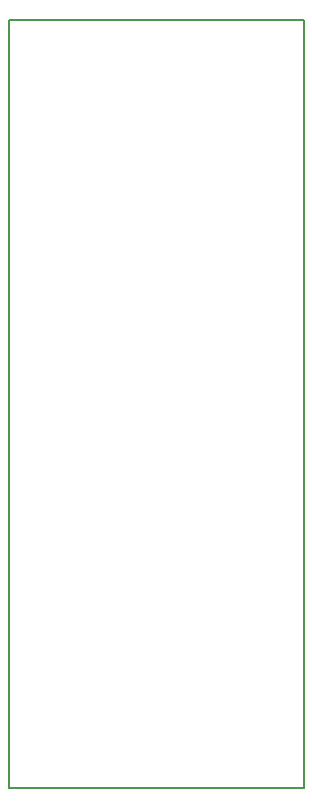
<source format=gko>
G04 #@! TF.GenerationSoftware,KiCad,Pcbnew,5.0.0-rc2-unknown-e4a6f2e~65~ubuntu18.04.1*
G04 #@! TF.CreationDate,2018-06-07T10:44:55+01:00*
G04 #@! TF.ProjectId,IV-11-breakout,49562D31312D627265616B6F75742E6B,rev?*
G04 #@! TF.SameCoordinates,Original*
G04 #@! TF.FileFunction,Profile,NP*
%FSLAX46Y46*%
G04 Gerber Fmt 4.6, Leading zero omitted, Abs format (unit mm)*
G04 Created by KiCad (PCBNEW 5.0.0-rc2-unknown-e4a6f2e~65~ubuntu18.04.1) date Thu Jun  7 10:44:55 2018*
%MOMM*%
%LPD*%
G01*
G04 APERTURE LIST*
%ADD10C,0.200000*%
G04 APERTURE END LIST*
D10*
X100000000Y-97500000D02*
X125000000Y-97500000D01*
X125000000Y-162500000D02*
X100000000Y-162500000D01*
X100000000Y-162500000D02*
X100000000Y-97500000D01*
X125000000Y-97500000D02*
X125000000Y-162500000D01*
M02*

</source>
